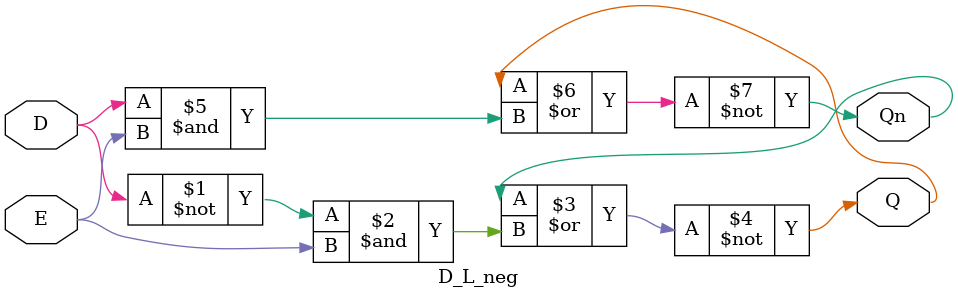
<source format=v>
`timescale 1ns / 1ps


module D_L_neg(

    input D,
    input E,
    output Q,
    output Qn

    );
    
    assign #1 Q = ~(Qn | (~D & E));
    
    assign #1 Qn = ~(Q | (D & E));
   
    
    
    
endmodule

</source>
